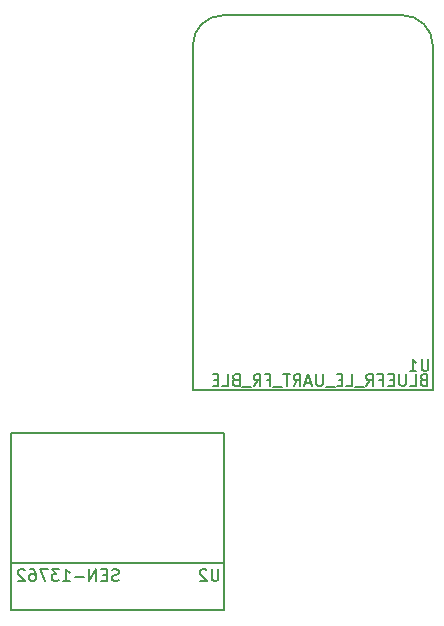
<source format=gbo>
G04 (created by PCBNEW (2013-07-07 BZR 4022)-stable) date 23.08.2017 13:54:42*
%MOIN*%
G04 Gerber Fmt 3.4, Leading zero omitted, Abs format*
%FSLAX34Y34*%
G01*
G70*
G90*
G04 APERTURE LIST*
%ADD10C,0.00590551*%
G04 APERTURE END LIST*
G54D10*
X61250Y-20000D02*
X61250Y-31500D01*
X68250Y-19000D02*
X62250Y-19000D01*
X69250Y-31500D02*
X69250Y-20000D01*
X61250Y-20000D02*
G75*
G02X62250Y-19000I1000J0D01*
G74*
G01*
X68250Y-19000D02*
G75*
G02X69250Y-20000I0J-1000D01*
G74*
G01*
X69250Y-31500D02*
X61250Y-31500D01*
X55206Y-32925D02*
X62293Y-32925D01*
X62293Y-32925D02*
X62293Y-37255D01*
X62293Y-37255D02*
X55206Y-37255D01*
X55206Y-37255D02*
X55206Y-32925D01*
X55206Y-32925D02*
X55206Y-38830D01*
X55206Y-38830D02*
X62293Y-38830D01*
X62293Y-38830D02*
X62293Y-37255D01*
X69099Y-30465D02*
X69099Y-30784D01*
X69081Y-30821D01*
X69062Y-30840D01*
X69024Y-30859D01*
X68949Y-30859D01*
X68912Y-30840D01*
X68893Y-30821D01*
X68874Y-30784D01*
X68874Y-30465D01*
X68481Y-30859D02*
X68706Y-30859D01*
X68593Y-30859D02*
X68593Y-30465D01*
X68631Y-30521D01*
X68668Y-30559D01*
X68706Y-30578D01*
X68940Y-31153D02*
X68883Y-31171D01*
X68865Y-31190D01*
X68846Y-31228D01*
X68846Y-31284D01*
X68865Y-31321D01*
X68883Y-31340D01*
X68921Y-31359D01*
X69071Y-31359D01*
X69071Y-30965D01*
X68940Y-30965D01*
X68902Y-30984D01*
X68883Y-31003D01*
X68865Y-31040D01*
X68865Y-31078D01*
X68883Y-31115D01*
X68902Y-31134D01*
X68940Y-31153D01*
X69071Y-31153D01*
X68490Y-31359D02*
X68677Y-31359D01*
X68677Y-30965D01*
X68359Y-30965D02*
X68359Y-31284D01*
X68340Y-31321D01*
X68321Y-31340D01*
X68284Y-31359D01*
X68209Y-31359D01*
X68171Y-31340D01*
X68152Y-31321D01*
X68134Y-31284D01*
X68134Y-30965D01*
X67946Y-31153D02*
X67815Y-31153D01*
X67759Y-31359D02*
X67946Y-31359D01*
X67946Y-30965D01*
X67759Y-30965D01*
X67459Y-31153D02*
X67590Y-31153D01*
X67590Y-31359D02*
X67590Y-30965D01*
X67402Y-30965D01*
X67027Y-31359D02*
X67159Y-31171D01*
X67252Y-31359D02*
X67252Y-30965D01*
X67102Y-30965D01*
X67065Y-30984D01*
X67046Y-31003D01*
X67027Y-31040D01*
X67027Y-31096D01*
X67046Y-31134D01*
X67065Y-31153D01*
X67102Y-31171D01*
X67252Y-31171D01*
X66952Y-31396D02*
X66652Y-31396D01*
X66371Y-31359D02*
X66559Y-31359D01*
X66559Y-30965D01*
X66240Y-31153D02*
X66109Y-31153D01*
X66053Y-31359D02*
X66240Y-31359D01*
X66240Y-30965D01*
X66053Y-30965D01*
X65978Y-31396D02*
X65678Y-31396D01*
X65584Y-30965D02*
X65584Y-31284D01*
X65565Y-31321D01*
X65546Y-31340D01*
X65509Y-31359D01*
X65434Y-31359D01*
X65396Y-31340D01*
X65378Y-31321D01*
X65359Y-31284D01*
X65359Y-30965D01*
X65190Y-31246D02*
X65003Y-31246D01*
X65228Y-31359D02*
X65096Y-30965D01*
X64965Y-31359D01*
X64609Y-31359D02*
X64740Y-31171D01*
X64834Y-31359D02*
X64834Y-30965D01*
X64684Y-30965D01*
X64646Y-30984D01*
X64628Y-31003D01*
X64609Y-31040D01*
X64609Y-31096D01*
X64628Y-31134D01*
X64646Y-31153D01*
X64684Y-31171D01*
X64834Y-31171D01*
X64497Y-30965D02*
X64272Y-30965D01*
X64384Y-31359D02*
X64384Y-30965D01*
X64234Y-31396D02*
X63934Y-31396D01*
X63709Y-31153D02*
X63840Y-31153D01*
X63840Y-31359D02*
X63840Y-30965D01*
X63653Y-30965D01*
X63278Y-31359D02*
X63409Y-31171D01*
X63503Y-31359D02*
X63503Y-30965D01*
X63353Y-30965D01*
X63315Y-30984D01*
X63297Y-31003D01*
X63278Y-31040D01*
X63278Y-31096D01*
X63297Y-31134D01*
X63315Y-31153D01*
X63353Y-31171D01*
X63503Y-31171D01*
X63203Y-31396D02*
X62903Y-31396D01*
X62678Y-31153D02*
X62622Y-31171D01*
X62603Y-31190D01*
X62584Y-31228D01*
X62584Y-31284D01*
X62603Y-31321D01*
X62622Y-31340D01*
X62659Y-31359D01*
X62809Y-31359D01*
X62809Y-30965D01*
X62678Y-30965D01*
X62640Y-30984D01*
X62622Y-31003D01*
X62603Y-31040D01*
X62603Y-31078D01*
X62622Y-31115D01*
X62640Y-31134D01*
X62678Y-31153D01*
X62809Y-31153D01*
X62228Y-31359D02*
X62416Y-31359D01*
X62416Y-30965D01*
X62097Y-31153D02*
X61966Y-31153D01*
X61909Y-31359D02*
X62097Y-31359D01*
X62097Y-30965D01*
X61909Y-30965D01*
X62099Y-37465D02*
X62099Y-37784D01*
X62081Y-37821D01*
X62062Y-37840D01*
X62024Y-37859D01*
X61949Y-37859D01*
X61912Y-37840D01*
X61893Y-37821D01*
X61874Y-37784D01*
X61874Y-37465D01*
X61706Y-37503D02*
X61687Y-37484D01*
X61650Y-37465D01*
X61556Y-37465D01*
X61518Y-37484D01*
X61500Y-37503D01*
X61481Y-37540D01*
X61481Y-37578D01*
X61500Y-37634D01*
X61725Y-37859D01*
X61481Y-37859D01*
X58777Y-37840D02*
X58721Y-37859D01*
X58627Y-37859D01*
X58590Y-37840D01*
X58571Y-37821D01*
X58552Y-37784D01*
X58552Y-37746D01*
X58571Y-37709D01*
X58590Y-37690D01*
X58627Y-37671D01*
X58702Y-37653D01*
X58740Y-37634D01*
X58759Y-37615D01*
X58777Y-37578D01*
X58777Y-37540D01*
X58759Y-37503D01*
X58740Y-37484D01*
X58702Y-37465D01*
X58609Y-37465D01*
X58552Y-37484D01*
X58384Y-37653D02*
X58252Y-37653D01*
X58196Y-37859D02*
X58384Y-37859D01*
X58384Y-37465D01*
X58196Y-37465D01*
X58028Y-37859D02*
X58028Y-37465D01*
X57803Y-37859D01*
X57803Y-37465D01*
X57615Y-37709D02*
X57315Y-37709D01*
X56921Y-37859D02*
X57146Y-37859D01*
X57034Y-37859D02*
X57034Y-37465D01*
X57071Y-37521D01*
X57109Y-37559D01*
X57146Y-37578D01*
X56790Y-37465D02*
X56546Y-37465D01*
X56678Y-37615D01*
X56621Y-37615D01*
X56584Y-37634D01*
X56565Y-37653D01*
X56546Y-37690D01*
X56546Y-37784D01*
X56565Y-37821D01*
X56584Y-37840D01*
X56621Y-37859D01*
X56734Y-37859D01*
X56771Y-37840D01*
X56790Y-37821D01*
X56415Y-37465D02*
X56153Y-37465D01*
X56321Y-37859D01*
X55834Y-37465D02*
X55909Y-37465D01*
X55947Y-37484D01*
X55965Y-37503D01*
X56003Y-37559D01*
X56022Y-37634D01*
X56022Y-37784D01*
X56003Y-37821D01*
X55984Y-37840D01*
X55947Y-37859D01*
X55872Y-37859D01*
X55834Y-37840D01*
X55815Y-37821D01*
X55797Y-37784D01*
X55797Y-37690D01*
X55815Y-37653D01*
X55834Y-37634D01*
X55872Y-37615D01*
X55947Y-37615D01*
X55984Y-37634D01*
X56003Y-37653D01*
X56022Y-37690D01*
X55647Y-37503D02*
X55628Y-37484D01*
X55590Y-37465D01*
X55497Y-37465D01*
X55459Y-37484D01*
X55440Y-37503D01*
X55422Y-37540D01*
X55422Y-37578D01*
X55440Y-37634D01*
X55665Y-37859D01*
X55422Y-37859D01*
M02*

</source>
